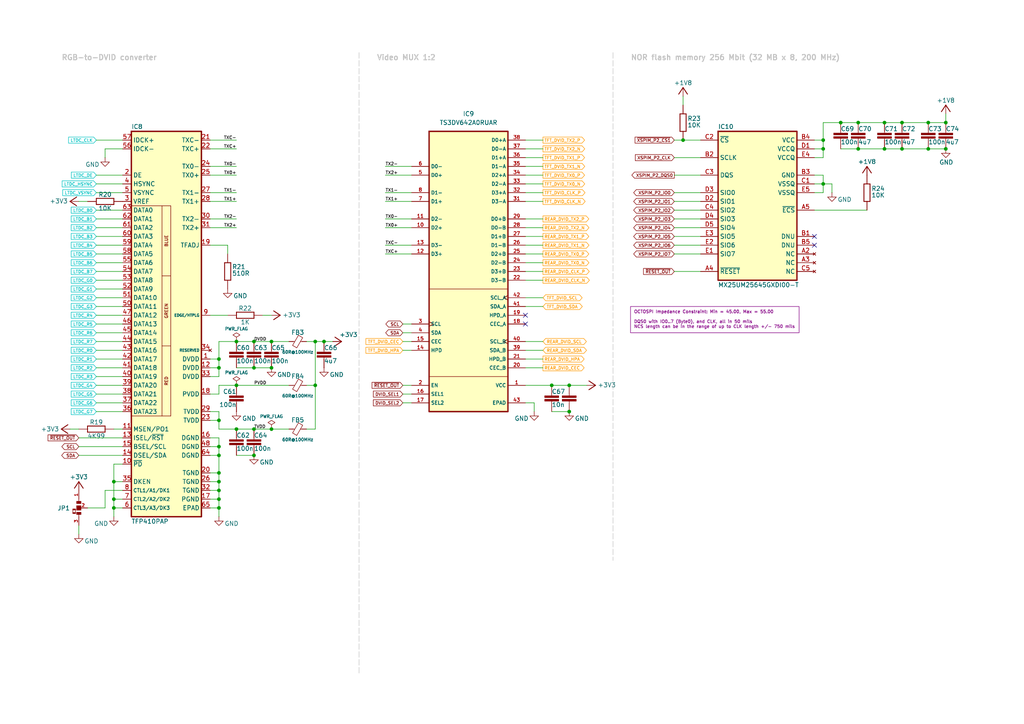
<source format=kicad_sch>
(kicad_sch (version 20250114) (generator "eeschema") (generator_version "9.0")
  (paper "A4")
  (title_block (title "${project_name}") (date "2025-11-02") (rev "${project_version}") (company "${project_creator}") (comment 1 "${project_license}") (comment 2 "${project_info}") (comment 3 "${project_url}"))
  (text "RGB-to-DVID converter" (at 17.78 17.78 0) (effects (font (size 1.524 1.524) (thickness 0.3048) (bold yes)) (justify left bottom)))
  (text "Video MUX 1:2" (at 109.22 17.78 0) (effects (font (size 1.524 1.524) (thickness 0.3048) (bold yes)) (justify left bottom)))
  (text "NOR flash memory 256 Mbit (32 MB x 8, 200 MHz)" (at 182.88 17.78 0) (effects (font (size 1.524 1.524) (thickness 0.3048) (bold yes)) (justify left bottom)))
  (text_box "OCTOSPI Impedance Constraint: Min = 45.00, Max = 55.00\n\nDQS0 with IO0..7 (Byte0), and CLK, all in 50 mils\nNCS length can be in the range of up to CLK length +/- 750 mils" (at 182.88 88.9 0) (size 48.895 7.62) (margins 0.9525 0.9525 0.9525 0.9525) (stroke (width 0) (color 132 0 132 1)) (effects (font (size 0.889 0.889)) (justify left top)))
  (junction (at 63.5 129.54))
  (junction (at 248.92 43.18))
  (junction (at 91.44 99.06))
  (junction (at 274.32 35.56))
  (junction (at 238.76 43.18))
  (junction (at 63.5 144.78))
  (junction (at 63.5 104.14))
  (junction (at 68.58 111.76))
  (junction (at 63.5 106.68))
  (junction (at 68.58 124.46))
  (junction (at 33.02 144.78))
  (junction (at 63.5 142.24))
  (junction (at 165.1 119.38))
  (junction (at 269.24 43.18))
  (junction (at 256.54 35.56))
  (junction (at 274.32 43.18))
  (junction (at 261.62 35.56))
  (junction (at 73.66 106.68))
  (junction (at 160.02 111.76))
  (junction (at 269.24 35.56))
  (junction (at 73.66 132.08))
  (junction (at 63.5 121.92))
  (junction (at 33.02 147.32))
  (junction (at 33.02 139.7))
  (junction (at 73.66 99.06))
  (junction (at 78.74 99.06))
  (junction (at 63.5 137.16))
  (junction (at 261.62 43.18))
  (junction (at 248.92 35.56))
  (junction (at 63.5 139.7))
  (junction (at 78.74 124.46))
  (junction (at 198.12 40.64))
  (junction (at 238.76 53.34))
  (junction (at 78.74 106.68))
  (junction (at 91.44 111.76))
  (junction (at 238.76 40.64))
  (junction (at 63.5 132.08))
  (junction (at 165.1 111.76))
  (junction (at 73.66 124.46))
  (junction (at 68.58 99.06))
  (junction (at 256.54 43.18))
  (junction (at 93.98 99.06))
  (junction (at 63.5 147.32))
  (junction (at 243.84 35.56))
  (no_connect (at 236.22 68.58))
  (no_connect (at 152.4 91.44))
  (no_connect (at 152.4 93.98))
  (no_connect (at 236.22 71.12))
  (wire (pts (xy 256.54 35.56) (xy 261.62 35.56)))
  (wire (pts (xy 157.48 86.36) (xy 152.4 86.36)))
  (wire (pts (xy 33.02 139.7) (xy 35.56 139.7)))
  (wire (pts (xy 27.94 88.9) (xy 35.56 88.9)))
  (wire (pts (xy 157.48 55.88) (xy 152.4 55.88)))
  (wire (pts (xy 27.94 116.84) (xy 35.56 116.84)))
  (wire (pts (xy 30.48 43.18) (xy 35.56 43.18)))
  (wire (pts (xy 27.94 114.3) (xy 35.56 114.3)))
  (wire (pts (xy 63.5 127) (xy 63.5 129.54)))
  (wire (pts (xy 30.48 43.18) (xy 30.48 45.72)))
  (wire (pts (xy 22.86 127) (xy 35.56 127)))
  (wire (pts (xy 198.12 40.64) (xy 203.2 40.64)))
  (wire (pts (xy 66.04 71.12) (xy 66.04 73.66)))
  (wire (pts (xy 116.84 116.84) (xy 119.38 116.84)))
  (wire (pts (xy 63.5 106.68) (xy 63.5 109.22)))
  (wire (pts (xy 27.94 76.2) (xy 35.56 76.2)))
  (wire (pts (xy 261.62 43.18) (xy 269.24 43.18)))
  (wire (pts (xy 195.58 45.72) (xy 203.2 45.72)))
  (wire (pts (xy 157.48 101.6) (xy 152.4 101.6)))
  (wire (pts (xy 33.02 144.78) (xy 35.56 144.78)))
  (wire (pts (xy 73.66 124.46) (xy 78.74 124.46)))
  (wire (pts (xy 111.76 63.5) (xy 119.38 63.5)))
  (wire (pts (xy 27.94 96.52) (xy 35.56 96.52)))
  (wire (pts (xy 111.76 66.04) (xy 119.38 66.04)))
  (wire (pts (xy 60.96 91.44) (xy 66.04 91.44)))
  (wire (pts (xy 195.58 55.88) (xy 203.2 55.88)))
  (wire (pts (xy 116.84 114.3) (xy 119.38 114.3)))
  (wire (pts (xy 60.96 55.88) (xy 68.58 55.88)))
  (wire (pts (xy 157.48 78.74) (xy 152.4 78.74)))
  (wire (pts (xy 88.9 99.06) (xy 91.44 99.06)))
  (wire (pts (xy 78.74 124.46) (xy 83.82 124.46)))
  (wire (pts (xy 68.58 132.08) (xy 73.66 132.08)))
  (wire (pts (xy 27.94 40.64) (xy 35.56 40.64)))
  (wire (pts (xy 116.84 101.6) (xy 119.38 101.6)))
  (wire (pts (xy 88.9 124.46) (xy 91.44 124.46)))
  (wire (pts (xy 236.22 40.64) (xy 238.76 40.64)))
  (wire (pts (xy 238.76 53.34) (xy 238.76 55.88)))
  (wire (pts (xy 27.94 50.8) (xy 35.56 50.8)))
  (wire (pts (xy 165.1 111.76) (xy 170.18 111.76)))
  (wire (pts (xy 33.02 147.32) (xy 35.56 147.32)))
  (wire (pts (xy 238.76 40.64) (xy 238.76 43.18)))
  (wire (pts (xy 157.48 63.5) (xy 152.4 63.5)))
  (wire (pts (xy 63.5 111.76) (xy 68.58 111.76)))
  (wire (pts (xy 27.94 73.66) (xy 35.56 73.66)))
  (wire (pts (xy 88.9 111.76) (xy 91.44 111.76)))
  (wire (pts (xy 241.3 53.34) (xy 241.3 55.88)))
  (wire (pts (xy 160.02 111.76) (xy 165.1 111.76)))
  (wire (pts (xy 243.84 43.18) (xy 248.92 43.18)))
  (wire (pts (xy 60.96 119.38) (xy 63.5 119.38)))
  (wire (pts (xy 60.96 48.26) (xy 68.58 48.26)))
  (wire (pts (xy 91.44 99.06) (xy 91.44 111.76)))
  (wire (pts (xy 195.58 68.58) (xy 203.2 68.58)))
  (wire (pts (xy 27.94 83.82) (xy 35.56 83.82)))
  (wire (pts (xy 25.4 147.32) (xy 30.48 147.32)))
  (wire (pts (xy 248.92 43.18) (xy 256.54 43.18)))
  (wire (pts (xy 33.02 134.62) (xy 35.56 134.62)))
  (wire (pts (xy 63.5 142.24) (xy 63.5 144.78)))
  (wire (pts (xy 236.22 55.88) (xy 238.76 55.88)))
  (wire (pts (xy 157.48 104.14) (xy 152.4 104.14)))
  (wire (pts (xy 152.4 116.84) (xy 154.94 116.84)))
  (wire (pts (xy 157.48 76.2) (xy 152.4 76.2)))
  (wire (pts (xy 60.96 109.22) (xy 63.5 109.22)))
  (wire (pts (xy 111.76 73.66) (xy 119.38 73.66)))
  (wire (pts (xy 195.58 66.04) (xy 203.2 66.04)))
  (wire (pts (xy 68.58 99.06) (xy 73.66 99.06)))
  (wire (pts (xy 27.94 86.36) (xy 35.56 86.36)))
  (wire (pts (xy 60.96 137.16) (xy 63.5 137.16)))
  (wire (pts (xy 60.96 104.14) (xy 63.5 104.14)))
  (wire (pts (xy 78.74 99.06) (xy 83.82 99.06)))
  (wire (pts (xy 195.58 78.74) (xy 203.2 78.74)))
  (wire (pts (xy 20.32 124.46) (xy 22.86 124.46)))
  (wire (pts (xy 238.76 43.18) (xy 238.76 45.72)))
  (wire (pts (xy 27.94 78.74) (xy 35.56 78.74)))
  (wire (pts (xy 195.58 71.12) (xy 203.2 71.12)))
  (wire (pts (xy 22.86 129.54) (xy 35.56 129.54)))
  (wire (pts (xy 73.66 99.06) (xy 78.74 99.06)))
  (wire (pts (xy 269.24 35.56) (xy 274.32 35.56)))
  (wire (pts (xy 243.84 35.56) (xy 248.92 35.56)))
  (wire (pts (xy 27.94 60.96) (xy 35.56 60.96)))
  (wire (pts (xy 27.94 111.76) (xy 35.56 111.76)))
  (wire (pts (xy 236.22 53.34) (xy 238.76 53.34)))
  (wire (pts (xy 154.94 116.84) (xy 154.94 119.38)))
  (wire (pts (xy 60.96 40.64) (xy 68.58 40.64)))
  (wire (pts (xy 27.94 63.5) (xy 35.56 63.5)))
  (wire (pts (xy 236.22 45.72) (xy 238.76 45.72)))
  (polyline (pts (xy 104.14 15.24) (xy 104.14 195.58)) (stroke (width 0.1524) (type dash) (color 194 194 194 1)))
  (wire (pts (xy 27.94 109.22) (xy 35.56 109.22)))
  (wire (pts (xy 60.96 139.7) (xy 63.5 139.7)))
  (wire (pts (xy 30.48 142.24) (xy 35.56 142.24)))
  (wire (pts (xy 60.96 144.78) (xy 63.5 144.78)))
  (wire (pts (xy 236.22 50.8) (xy 238.76 50.8)))
  (wire (pts (xy 157.48 48.26) (xy 152.4 48.26)))
  (wire (pts (xy 157.48 50.8) (xy 152.4 50.8)))
  (wire (pts (xy 27.94 119.38) (xy 35.56 119.38)))
  (wire (pts (xy 63.5 139.7) (xy 63.5 142.24)))
  (wire (pts (xy 22.86 132.08) (xy 35.56 132.08)))
  (wire (pts (xy 27.94 66.04) (xy 35.56 66.04)))
  (wire (pts (xy 195.58 63.5) (xy 203.2 63.5)))
  (wire (pts (xy 63.5 119.38) (xy 63.5 121.92)))
  (wire (pts (xy 33.02 147.32) (xy 33.02 149.86)))
  (wire (pts (xy 33.02 139.7) (xy 33.02 144.78)))
  (wire (pts (xy 195.58 40.64) (xy 198.12 40.64)))
  (wire (pts (xy 27.94 104.14) (xy 35.56 104.14)))
  (wire (pts (xy 111.76 48.26) (xy 119.38 48.26)))
  (wire (pts (xy 195.58 58.42) (xy 203.2 58.42)))
  (wire (pts (xy 111.76 55.88) (xy 119.38 55.88)))
  (wire (pts (xy 22.86 152.4) (xy 22.86 154.94)))
  (wire (pts (xy 60.96 63.5) (xy 68.58 63.5)))
  (wire (pts (xy 116.84 99.06) (xy 119.38 99.06)))
  (wire (pts (xy 63.5 114.3) (xy 60.96 114.3)))
  (wire (pts (xy 60.96 71.12) (xy 66.04 71.12)))
  (wire (pts (xy 157.48 99.06) (xy 152.4 99.06)))
  (wire (pts (xy 27.94 93.98) (xy 35.56 93.98)))
  (wire (pts (xy 68.58 124.46) (xy 73.66 124.46)))
  (wire (pts (xy 68.58 106.68) (xy 73.66 106.68)))
  (wire (pts (xy 27.94 99.06) (xy 35.56 99.06)))
  (wire (pts (xy 63.5 111.76) (xy 63.5 114.3)))
  (wire (pts (xy 27.94 68.58) (xy 35.56 68.58)))
  (wire (pts (xy 63.5 99.06) (xy 63.5 104.14)))
  (wire (pts (xy 91.44 111.76) (xy 91.44 124.46)))
  (wire (pts (xy 30.48 147.32) (xy 30.48 142.24)))
  (wire (pts (xy 63.5 132.08) (xy 63.5 137.16)))
  (wire (pts (xy 236.22 43.18) (xy 238.76 43.18)))
  (wire (pts (xy 73.66 106.68) (xy 78.74 106.68)))
  (wire (pts (xy 238.76 35.56) (xy 243.84 35.56)))
  (wire (pts (xy 248.92 35.56) (xy 256.54 35.56)))
  (wire (pts (xy 60.96 147.32) (xy 63.5 147.32)))
  (wire (pts (xy 111.76 50.8) (xy 119.38 50.8)))
  (wire (pts (xy 63.5 124.46) (xy 68.58 124.46)))
  (wire (pts (xy 60.96 43.18) (xy 68.58 43.18)))
  (wire (pts (xy 60.96 142.24) (xy 63.5 142.24)))
  (wire (pts (xy 60.96 127) (xy 63.5 127)))
  (wire (pts (xy 160.02 119.38) (xy 165.1 119.38)))
  (wire (pts (xy 116.84 111.76) (xy 119.38 111.76)))
  (wire (pts (xy 111.76 58.42) (xy 119.38 58.42)))
  (wire (pts (xy 157.48 106.68) (xy 152.4 106.68)))
  (wire (pts (xy 63.5 104.14) (xy 63.5 106.68)))
  (wire (pts (xy 238.76 35.56) (xy 238.76 40.64)))
  (wire (pts (xy 116.84 96.52) (xy 119.38 96.52)))
  (wire (pts (xy 195.58 60.96) (xy 203.2 60.96)))
  (wire (pts (xy 27.94 55.88) (xy 35.56 55.88)))
  (wire (pts (xy 68.58 111.76) (xy 83.82 111.76)))
  (wire (pts (xy 78.74 91.44) (xy 76.2 91.44)))
  (wire (pts (xy 91.44 99.06) (xy 93.98 99.06)))
  (wire (pts (xy 63.5 129.54) (xy 63.5 132.08)))
  (wire (pts (xy 157.48 66.04) (xy 152.4 66.04)))
  (wire (pts (xy 60.96 106.68) (xy 63.5 106.68)))
  (wire (pts (xy 33.02 124.46) (xy 35.56 124.46)))
  (polyline (pts (xy 177.8 15.24) (xy 177.8 162.56)) (stroke (width 0.1524) (type dash) (color 194 194 194 1)))
  (wire (pts (xy 157.48 81.28) (xy 152.4 81.28)))
  (wire (pts (xy 198.12 27.94) (xy 198.12 30.48)))
  (wire (pts (xy 157.48 45.72) (xy 152.4 45.72)))
  (wire (pts (xy 27.94 91.44) (xy 35.56 91.44)))
  (wire (pts (xy 116.84 93.98) (xy 119.38 93.98)))
  (wire (pts (xy 27.94 71.12) (xy 35.56 71.12)))
  (wire (pts (xy 93.98 99.06) (xy 96.52 99.06)))
  (wire (pts (xy 111.76 71.12) (xy 119.38 71.12)))
  (wire (pts (xy 33.02 144.78) (xy 33.02 147.32)))
  (wire (pts (xy 63.5 144.78) (xy 63.5 147.32)))
  (wire (pts (xy 195.58 50.8) (xy 203.2 50.8)))
  (wire (pts (xy 27.94 53.34) (xy 35.56 53.34)))
  (wire (pts (xy 60.96 121.92) (xy 63.5 121.92)))
  (wire (pts (xy 63.5 137.16) (xy 63.5 139.7)))
  (wire (pts (xy 238.76 50.8) (xy 238.76 53.34)))
  (wire (pts (xy 152.4 111.76) (xy 160.02 111.76)))
  (wire (pts (xy 27.94 106.68) (xy 35.56 106.68)))
  (wire (pts (xy 27.94 101.6) (xy 35.56 101.6)))
  (wire (pts (xy 157.48 71.12) (xy 152.4 71.12)))
  (wire (pts (xy 63.5 124.46) (xy 63.5 121.92)))
  (wire (pts (xy 60.96 50.8) (xy 68.58 50.8)))
  (wire (pts (xy 157.48 53.34) (xy 152.4 53.34)))
  (wire (pts (xy 60.96 129.54) (xy 63.5 129.54)))
  (wire (pts (xy 60.96 132.08) (xy 63.5 132.08)))
  (wire (pts (xy 236.22 60.96) (xy 251.46 60.96)))
  (wire (pts (xy 60.96 58.42) (xy 68.58 58.42)))
  (wire (pts (xy 274.32 33.02) (xy 274.32 35.56)))
  (wire (pts (xy 261.62 35.56) (xy 269.24 35.56)))
  (wire (pts (xy 256.54 43.18) (xy 261.62 43.18)))
  (wire (pts (xy 157.48 40.64) (xy 152.4 40.64)))
  (wire (pts (xy 157.48 88.9) (xy 152.4 88.9)))
  (wire (pts (xy 157.48 68.58) (xy 152.4 68.58)))
  (wire (pts (xy 195.58 73.66) (xy 203.2 73.66)))
  (wire (pts (xy 63.5 99.06) (xy 68.58 99.06)))
  (wire (pts (xy 33.02 134.62) (xy 33.02 139.7)))
  (wire (pts (xy 157.48 73.66) (xy 152.4 73.66)))
  (wire (pts (xy 22.86 58.42) (xy 25.4 58.42)))
  (wire (pts (xy 157.48 58.42) (xy 152.4 58.42)))
  (wire (pts (xy 60.96 66.04) (xy 68.58 66.04)))
  (wire (pts (xy 27.94 81.28) (xy 35.56 81.28)))
  (wire (pts (xy 63.5 147.32) (xy 63.5 149.86)))
  (wire (pts (xy 238.76 53.34) (xy 241.3 53.34)))
  (wire (pts (xy 157.48 43.18) (xy 152.4 43.18)))
  (wire (pts (xy 269.24 43.18) (xy 274.32 43.18)))
  (label "TX2+" (at 111.76 50.8 0) (effects (font (size 0.889 0.889))))
  (label "TX0+" (at 111.76 66.04 0) (effects (font (size 0.889 0.889))))
  (label "TX1+" (at 68.58 58.42 180) (effects (font (size 0.889 0.889))))
  (label "TX0+" (at 68.58 50.8 180) (effects (font (size 0.889 0.889))))
  (label "TX1-" (at 68.58 55.88 180) (effects (font (size 0.889 0.889))))
  (label "TXC+" (at 111.76 73.66 0) (effects (font (size 0.889 0.889))))
  (label "TX2-" (at 111.76 48.26 0) (effects (font (size 0.889 0.889))))
  (label "TVDD" (at 73.66 124.46 0) (effects (font (size 0.889 0.889))))
  (label "DVDD" (at 73.66 99.06 0) (effects (font (size 0.889 0.889))))
  (label "TX2-" (at 68.58 63.5 180) (effects (font (size 0.889 0.889))))
  (label "TX0-" (at 111.76 63.5 0) (effects (font (size 0.889 0.889))))
  (label "TX1-" (at 111.76 55.88 0) (effects (font (size 0.889 0.889))))
  (label "TXC-" (at 111.76 71.12 0) (effects (font (size 0.889 0.889))))
  (label "TX2+" (at 68.58 66.04 180) (effects (font (size 0.889 0.889))))
  (label "PVDD" (at 73.66 111.76 0) (effects (font (size 0.889 0.889))))
  (label "TXC+" (at 68.58 43.18 180) (effects (font (size 0.889 0.889))))
  (label "TXC-" (at 68.58 40.64 180) (effects (font (size 0.889 0.889))))
  (label "TX0-" (at 68.58 48.26 180) (effects (font (size 0.889 0.889))))
  (label "TX1+" (at 111.76 58.42 0) (effects (font (size 0.889 0.889))))
  (global_label "SDA" (shape bidirectional) (at 116.84 96.52 180) (effects (font (size 0.889 0.889))) (property "Intersheetrefs" "${INTERSHEET_REFS}" (effects (hide yes))))
  (global_label "XSPIM_P2_IO6" (shape bidirectional) (at 195.58 71.12 180) (effects (font (size 0.889 0.889))) (property "Intersheetrefs" "${INTERSHEET_REFS}" (effects (hide yes))))
  (global_label "REAR_DVID_TX1_P" (shape output) (at 157.48 68.58 0) (effects (font (size 0.889 0.889))) (property "Intersheetrefs" "${INTERSHEET_REFS}" (effects (hide yes))))
  (global_label "LTDC_B4" (shape input) (at 27.94 71.12 180) (effects (font (size 0.889 0.889))) (property "Intersheetrefs" "${INTERSHEET_REFS}" (effects (hide yes))))
  (global_label "REAR_DVID_CEC" (shape output) (at 157.48 106.68 0) (effects (font (size 0.889 0.889))) (property "Intersheetrefs" "${INTERSHEET_REFS}" (effects (hide yes))))
  (global_label "LTDC_B5" (shape input) (at 27.94 73.66 180) (effects (font (size 0.889 0.889))) (property "Intersheetrefs" "${INTERSHEET_REFS}" (effects (hide yes))))
  (global_label "TFT_DVID_TX2_P" (shape output) (at 157.48 40.64 0) (effects (font (size 0.889 0.889))) (property "Intersheetrefs" "${INTERSHEET_REFS}" (effects (hide yes))))
  (global_label "LTDC_R4" (shape input) (at 27.94 91.44 180) (effects (font (size 0.889 0.889))) (property "Intersheetrefs" "${INTERSHEET_REFS}" (effects (hide yes))))
  (global_label "TFT_DVID_TX0_P" (shape output) (at 157.48 50.8 0) (effects (font (size 0.889 0.889))) (property "Intersheetrefs" "${INTERSHEET_REFS}" (effects (hide yes))))
  (global_label "XSPIM_P2_CLK" (shape input) (at 195.58 45.72 180) (effects (font (size 0.889 0.889))) (property "Intersheetrefs" "${INTERSHEET_REFS}" (effects (hide yes))))
  (global_label "TFT_DVID_TX0_N" (shape output) (at 157.48 53.34 0) (effects (font (size 0.889 0.889))) (property "Intersheetrefs" "${INTERSHEET_REFS}" (effects (hide yes))))
  (global_label "~{RESET_OUT}" (shape input) (at 116.84 111.76 180) (effects (font (size 0.889 0.889))) (property "Intersheetrefs" "${INTERSHEET_REFS}" (effects (hide yes))))
  (global_label "LTDC_G2" (shape input) (at 27.94 86.36 180) (effects (font (size 0.889 0.889))) (property "Intersheetrefs" "${INTERSHEET_REFS}" (effects (hide yes))))
  (global_label "XSPIM_P2_IO5" (shape bidirectional) (at 195.58 68.58 180) (effects (font (size 0.889 0.889))) (property "Intersheetrefs" "${INTERSHEET_REFS}" (effects (hide yes))))
  (global_label "XSPIM_P2_IO1" (shape bidirectional) (at 195.58 58.42 180) (effects (font (size 0.889 0.889))) (property "Intersheetrefs" "${INTERSHEET_REFS}" (effects (hide yes))))
  (global_label "LTDC_VSYNC" (shape input) (at 27.94 55.88 180) (effects (font (size 0.889 0.889))) (property "Intersheetrefs" "${INTERSHEET_REFS}" (effects (hide yes))))
  (global_label "SCL" (shape bidirectional) (at 22.86 129.54 180) (effects (font (size 0.889 0.889))) (property "Intersheetrefs" "${INTERSHEET_REFS}" (effects (hide yes))))
  (global_label "SDA" (shape bidirectional) (at 22.86 132.08 180) (effects (font (size 0.889 0.889))) (property "Intersheetrefs" "${INTERSHEET_REFS}" (effects (hide yes))))
  (global_label "TFT_DVID_SCL" (shape bidirectional) (at 157.48 86.36 0) (effects (font (size 0.889 0.889))) (property "Intersheetrefs" "${INTERSHEET_REFS}" (effects (hide yes))))
  (global_label "LTDC_G3" (shape input) (at 27.94 88.9 180) (effects (font (size 0.889 0.889))) (property "Intersheetrefs" "${INTERSHEET_REFS}" (effects (hide yes))))
  (global_label "LTDC_R5" (shape input) (at 27.94 93.98 180) (effects (font (size 0.889 0.889))) (property "Intersheetrefs" "${INTERSHEET_REFS}" (effects (hide yes))))
  (global_label "XSPIM_P2_IO4" (shape bidirectional) (at 195.58 66.04 180) (effects (font (size 0.889 0.889))) (property "Intersheetrefs" "${INTERSHEET_REFS}" (effects (hide yes))))
  (global_label "REAR_DVID_CLK_P" (shape output) (at 157.48 78.74 0) (effects (font (size 0.889 0.889))) (property "Intersheetrefs" "${INTERSHEET_REFS}" (effects (hide yes))))
  (global_label "LTDC_R2" (shape input) (at 27.94 106.68 180) (effects (font (size 0.889 0.889))) (property "Intersheetrefs" "${INTERSHEET_REFS}" (effects (hide yes))))
  (global_label "TFT_DVID_TX1_P" (shape output) (at 157.48 45.72 0) (effects (font (size 0.889 0.889))) (property "Intersheetrefs" "${INTERSHEET_REFS}" (effects (hide yes))))
  (global_label "REAR_DVID_SDA" (shape bidirectional) (at 157.48 101.6 0) (effects (font (size 0.889 0.889))) (property "Intersheetrefs" "${INTERSHEET_REFS}" (effects (hide yes))))
  (global_label "LTDC_G6" (shape input) (at 27.94 116.84 180) (effects (font (size 0.889 0.889))) (property "Intersheetrefs" "${INTERSHEET_REFS}" (effects (hide yes))))
  (global_label "REAR_DVID_TX0_P" (shape output) (at 157.48 73.66 0) (effects (font (size 0.889 0.889))) (property "Intersheetrefs" "${INTERSHEET_REFS}" (effects (hide yes))))
  (global_label "LTDC_R0" (shape input) (at 27.94 101.6 180) (effects (font (size 0.889 0.889))) (property "Intersheetrefs" "${INTERSHEET_REFS}" (effects (hide yes))))
  (global_label "DVID_SEL1" (shape input) (at 116.84 114.3 180) (effects (font (size 0.889 0.889))) (property "Intersheetrefs" "${INTERSHEET_REFS}" (effects (hide yes))))
  (global_label "LTDC_G0" (shape input) (at 27.94 81.28 180) (effects (font (size 0.889 0.889))) (property "Intersheetrefs" "${INTERSHEET_REFS}" (effects (hide yes))))
  (global_label "~{RESET_OUT}" (shape input) (at 22.86 127 180) (effects (font (size 0.889 0.889))) (property "Intersheetrefs" "${INTERSHEET_REFS}" (effects (hide yes))))
  (global_label "REAR_DVID_TX1_N" (shape output) (at 157.48 71.12 0) (effects (font (size 0.889 0.889))) (property "Intersheetrefs" "${INTERSHEET_REFS}" (effects (hide yes))))
  (global_label "TFT_DVID_TX1_N" (shape output) (at 157.48 48.26 0) (effects (font (size 0.889 0.889))) (property "Intersheetrefs" "${INTERSHEET_REFS}" (effects (hide yes))))
  (global_label "XSPIM_P2_IO7" (shape bidirectional) (at 195.58 73.66 180) (effects (font (size 0.889 0.889))) (property "Intersheetrefs" "${INTERSHEET_REFS}" (effects (hide yes))))
  (global_label "XSPIM_P2_DQS0" (shape output) (at 195.58 50.8 180) (effects (font (size 0.889 0.889))) (property "Intersheetrefs" "${INTERSHEET_REFS}" (effects (hide yes))))
  (global_label "REAR_DVID_HPA" (shape output) (at 157.48 104.14 0) (effects (font (size 0.889 0.889))) (property "Intersheetrefs" "${INTERSHEET_REFS}" (effects (hide yes))))
  (global_label "TFT_DVID_SDA" (shape bidirectional) (at 157.48 88.9 0) (effects (font (size 0.889 0.889))) (property "Intersheetrefs" "${INTERSHEET_REFS}" (effects (hide yes))))
  (global_label "LTDC_CLK" (shape input) (at 27.94 40.64 180) (effects (font (size 0.889 0.889))) (property "Intersheetrefs" "${INTERSHEET_REFS}" (effects (hide yes))))
  (global_label "LTDC_HSYNC" (shape input) (at 27.94 53.34 180) (effects (font (size 0.889 0.889))) (property "Intersheetrefs" "${INTERSHEET_REFS}" (effects (hide yes))))
  (global_label "~{XSPIM_P2_CS1}" (shape input) (at 195.58 40.64 180) (effects (font (size 0.889 0.889))) (property "Intersheetrefs" "${INTERSHEET_REFS}" (effects (hide yes))))
  (global_label "REAR_DVID_TX0_N" (shape output) (at 157.48 76.2 0) (effects (font (size 0.889 0.889))) (property "Intersheetrefs" "${INTERSHEET_REFS}" (effects (hide yes))))
  (global_label "LTDC_G1" (shape input) (at 27.94 83.82 180) (effects (font (size 0.889 0.889))) (property "Intersheetrefs" "${INTERSHEET_REFS}" (effects (hide yes))))
  (global_label "XSPIM_P2_IO2" (shape bidirectional) (at 195.58 60.96 180) (effects (font (size 0.889 0.889))) (property "Intersheetrefs" "${INTERSHEET_REFS}" (effects (hide yes))))
  (global_label "LTDC_B3" (shape input) (at 27.94 68.58 180) (effects (font (size 0.889 0.889))) (property "Intersheetrefs" "${INTERSHEET_REFS}" (effects (hide yes))))
  (global_label "TFT_DVID_TX2_N" (shape output) (at 157.48 43.18 0) (effects (font (size 0.889 0.889))) (property "Intersheetrefs" "${INTERSHEET_REFS}" (effects (hide yes))))
  (global_label "LTDC_R7" (shape input) (at 27.94 99.06 180) (effects (font (size 0.889 0.889))) (property "Intersheetrefs" "${INTERSHEET_REFS}" (effects (hide yes))))
  (global_label "LTDC_B7" (shape input) (at 27.94 78.74 180) (effects (font (size 0.889 0.889))) (property "Intersheetrefs" "${INTERSHEET_REFS}" (effects (hide yes))))
  (global_label "LTDC_R6" (shape input) (at 27.94 96.52 180) (effects (font (size 0.889 0.889))) (property "Intersheetrefs" "${INTERSHEET_REFS}" (effects (hide yes))))
  (global_label "XSPIM_P2_IO0" (shape bidirectional) (at 195.58 55.88 180) (effects (font (size 0.889 0.889))) (property "Intersheetrefs" "${INTERSHEET_REFS}" (effects (hide yes))))
  (global_label "REAR_DVID_TX2_N" (shape output) (at 157.48 66.04 0) (effects (font (size 0.889 0.889))) (property "Intersheetrefs" "${INTERSHEET_REFS}" (effects (hide yes))))
  (global_label "LTDC_B6" (shape input) (at 27.94 76.2 180) (effects (font (size 0.889 0.889))) (property "Intersheetrefs" "${INTERSHEET_REFS}" (effects (hide yes))))
  (global_label "LTDC_B2" (shape input) (at 27.94 66.04 180) (effects (font (size 0.889 0.889))) (property "Intersheetrefs" "${INTERSHEET_REFS}" (effects (hide yes))))
  (global_label "SCL" (shape bidirectional) (at 116.84 93.98 180) (effects (font (size 0.889 0.889))) (property "Intersheetrefs" "${INTERSHEET_REFS}" (effects (hide yes))))
  (global_label "DVID_SEL2" (shape input) (at 116.84 116.84 180) (effects (font (size 0.889 0.889))) (property "Intersheetrefs" "${INTERSHEET_REFS}" (effects (hide yes))))
  (global_label "TFT_DVID_CEC" (shape input) (at 116.84 99.06 180) (effects (font (size 0.889 0.889))) (property "Intersheetrefs" "${INTERSHEET_REFS}" (effects (hide yes))))
  (global_label "REAR_DVID_CLK_N" (shape output) (at 157.48 81.28 0) (effects (font (size 0.889 0.889))) (property "Intersheetrefs" "${INTERSHEET_REFS}" (effects (hide yes))))
  (global_label "LTDC_R3" (shape input) (at 27.94 109.22 180) (effects (font (size 0.889 0.889))) (property "Intersheetrefs" "${INTERSHEET_REFS}" (effects (hide yes))))
  (global_label "TFT_DVID_HPA" (shape input) (at 116.84 101.6 180) (effects (font (size 0.889 0.889))) (property "Intersheetrefs" "${INTERSHEET_REFS}" (effects (hide yes))))
  (global_label "REAR_DVID_SCL" (shape bidirectional) (at 157.48 99.06 0) (effects (font (size 0.889 0.889))) (property "Intersheetrefs" "${INTERSHEET_REFS}" (effects (hide yes))))
  (global_label "LTDC_DE" (shape input) (at 27.94 50.8 180) (effects (font (size 0.889 0.889))) (property "Intersheetrefs" "${INTERSHEET_REFS}" (effects (hide yes))))
  (global_label "LTDC_G7" (shape input) (at 27.94 119.38 180) (effects (font (size 0.889 0.889))) (property "Intersheetrefs" "${INTERSHEET_REFS}" (effects (hide yes))))
  (global_label "LTDC_G4" (shape input) (at 27.94 111.76 180) (effects (font (size 0.889 0.889))) (property "Intersheetrefs" "${INTERSHEET_REFS}" (effects (hide yes))))
  (global_label "REAR_DVID_TX2_P" (shape output) (at 157.48 63.5 0) (effects (font (size 0.889 0.889))) (property "Intersheetrefs" "${INTERSHEET_REFS}" (effects (hide yes))))
  (global_label "LTDC_R1" (shape input) (at 27.94 104.14 180) (effects (font (size 0.889 0.889))) (property "Intersheetrefs" "${INTERSHEET_REFS}" (effects (hide yes))))
  (global_label "LTDC_B1" (shape input) (at 27.94 63.5 180) (effects (font (size 0.889 0.889))) (property "Intersheetrefs" "${INTERSHEET_REFS}" (effects (hide yes))))
  (global_label "LTDC_B0" (shape input) (at 27.94 60.96 180) (effects (font (size 0.889 0.889))) (property "Intersheetrefs" "${INTERSHEET_REFS}" (effects (hide yes))))
  (global_label "LTDC_G5" (shape input) (at 27.94 114.3 180) (effects (font (size 0.889 0.889))) (property "Intersheetrefs" "${INTERSHEET_REFS}" (effects (hide yes))))
  (global_label "XSPIM_P2_IO3" (shape bidirectional) (at 195.58 63.5 180) (effects (font (size 0.889 0.889))) (property "Intersheetrefs" "${INTERSHEET_REFS}" (effects (hide yes))))
  (global_label "~{RESET_OUT}" (shape input) (at 195.58 78.74 180) (effects (font (size 0.889 0.889))) (property "Intersheetrefs" "${INTERSHEET_REFS}" (effects (hide yes))))
  (global_label "TFT_DVID_CLK_P" (shape output) (at 157.48 55.88 0) (effects (font (size 0.889 0.889))) (property "Intersheetrefs" "${INTERSHEET_REFS}" (effects (hide yes))))
  (global_label "TFT_DVID_CLK_N" (shape output) (at 157.48 58.42 0) (effects (font (size 0.889 0.889))) (property "Intersheetrefs" "${INTERSHEET_REFS}" (effects (hide yes))))
  (symbol (lib_id "PCM_EEZ_passives:C-EU") (at 68.58 114.3 0) (unit 1)
    (property "Reference" "C61" (at 68.58 114.3 0) (effects (justify right bottom)))
    (property "Value" "100n" (at 68.58 118.11 0) (effects (justify right bottom)))
    (property "Footprint" "PCM_EEZ_passives:C_0402_1005Metric" (effects (hide yes)))
  )
  (symbol (lib_id "PCM_EEZ_passives:C-EU") (at 256.54 38.1 0) (mirror y) (unit 1)
    (property "Reference" "C71" (at 256.54 38.1 0) (effects (justify right bottom)))
    (property "Value" "100n" (at 256.54 41.91 0) (effects (justify right bottom)))
    (property "Footprint" "PCM_EEZ_passives:C_0402_1005Metric" (effects (hide yes)))
  )
  (symbol (lib_id "PCM_EEZ_passives:L_Ferrite Bead") (at 86.36 124.46 90) (unit 1)
    (property "Reference" "FB5" (at 86.36 122.555 90) (effects (justify top)))
    (property "Value" "60R@100MHz" (at 86.36 127 90) (effects (font (size 0.889 0.889)) (justify bottom)))
    (property "Footprint" "PCM_EEZ_passives:BEAD0603" (effects (hide yes)))
    (property "Description" "Ferrite bead" (effects (hide yes)))
    (property "DigiKey" "490-7809-1-ND" (effects (hide yes)))
    (property "Mouser" "81-BLM18AG102SH1D" (effects (hide yes)))
    (property "TME" "BLM18AG102SH1D" (effects (hide yes)))
    (property "LCSC" "C337877" (effects (hide yes)))
  )
  (symbol (lib_id "PCM_EEZ_passives:C-EU") (at 73.66 127 0) (mirror y) (unit 1)
    (property "Reference" "C64" (at 73.66 127 0) (effects (justify right bottom)))
    (property "Value" "100n" (at 73.66 130.81 0) (effects (justify right bottom)))
    (property "Footprint" "PCM_EEZ_passives:C_0402_1005Metric" (effects (hide yes)))
  )
  (symbol (lib_id "power:GND") (at 274.32 43.18 0) (mirror y) (unit 1)
    (property "Reference" "#SUPPLY043" (effects (hide yes)))
    (property "Value" "GND" (at 272.415 46.355 0) (effects (justify right top)))
    (property "Description" "Power symbol creates a global label with name \"GND\" , ground" (effects (hide yes)))
  )
  (symbol (lib_id "PCM_EEZ_TI:TS3DV642A0RUAR") (at 119.38 40.64 0) (unit 1)
    (property "Reference" "IC9" (at 135.89 33.02 0))
    (property "Value" "TS3DV642A0RUAR" (at 135.89 35.56 0))
    (property "Footprint" "PCM_EEZ_SMD:RUA42_7P55X2P05" (effects (hide yes)))
    (property "Description" "6-Gbps 12-Channel differential 1-to-2 and 2-to-1 mux" (effects (hide yes)))
    (property "DigiKey" "296-39510-1-ND" (effects (hide yes)))
    (property "Mouser" "595-TS3DV642A0RUAR" (effects (hide yes)))
    (property "TME" "-" (effects (hide yes)))
    (property "LCSC" "C157482" (effects (hide yes)))
  )
  (symbol (lib_id "PCM_EEZ_passives:C-EU") (at 261.62 38.1 0) (unit 1)
    (property "Reference" "C72" (at 261.62 38.1 0) (effects (justify left bottom)))
    (property "Value" "4u7" (at 261.62 41.91 0) (effects (justify left bottom)))
    (property "Footprint" "PCM_EEZ_passives:C_0603_1608Metric" (effects (hide yes)))
    (property "DigiKey" "1276-1044-1-ND" (effects (hide yes)))
    (property "Mouser" "187-CL10A475KP8NNNC" (effects (hide yes)))
    (property "TME" "CL10A475KP8NNNC" (effects (hide yes)))
    (property "LCSC" "C1705" (effects (hide yes)))
  )
  (symbol (lib_id "PCM_EEZ_symbols:+1V8") (at 198.12 25.4 0) (unit 1)
    (property "Reference" "#PWR015" (effects (hide yes)))
    (property "Value" "+1V8" (at 198.12 24.765 0) (effects (justify bottom)))
    (property "Description" "Power symbol creates a global label with name \"+1V8\"" (effects (hide yes)))
  )
  (symbol (lib_id "PCM_EEZ_passives:C-EU") (at 68.58 101.6 0) (mirror y) (unit 1)
    (property "Reference" "C60" (at 68.58 101.6 0) (effects (justify right bottom)))
    (property "Value" "100n" (at 68.58 105.41 0) (effects (justify right bottom)))
    (property "Footprint" "PCM_EEZ_passives:C_0402_1005Metric" (effects (hide yes)))
  )
  (symbol (lib_id "power:PWR_FLAG") (at 68.58 99.06 0) (unit 1)
    (property "Reference" "#FLG06" (effects (hide yes)))
    (property "Value" "PWR_FLAG" (at 68.58 95.885 0) (effects (font (size 0.889 0.889)) (justify bottom)))
    (property "Description" "Special symbol for telling ERC where power comes from" (effects (hide yes)))
  )
  (symbol (lib_id "PCM_EEZ_symbols:+3V3") (at 20.32 58.42 90) (mirror x) (unit 1)
    (property "Reference" "#+3V015" (effects (hide yes)))
    (property "Value" "+3V3" (at 19.685 59.055 90) (effects (justify left bottom)))
    (property "Description" "Power symbol creates a global label with name \"+3V3\"" (effects (hide yes)))
  )
  (symbol (lib_id "PCM_EEZ_passives:C-EU") (at 78.74 101.6 0) (mirror y) (unit 1)
    (property "Reference" "C65" (at 78.74 101.6 0) (effects (justify right bottom)))
    (property "Value" "100n" (at 78.74 105.41 0) (effects (justify right bottom)))
    (property "Footprint" "PCM_EEZ_passives:C_0402_1005Metric" (effects (hide yes)))
  )
  (symbol (lib_id "power:GND") (at 66.04 83.82 0) (unit 1)
    (property "Reference" "#SUPPLY035" (effects (hide yes)))
    (property "Value" "GND" (at 71.755 85.09 0) (effects (justify right top)))
    (property "Description" "Power symbol creates a global label with name \"GND\" , ground" (effects (hide yes)))
  )
  (symbol (lib_id "PCM_EEZ_passives:L_Ferrite Bead") (at 86.36 99.06 90) (unit 1)
    (property "Reference" "FB3" (at 86.36 97.155 90) (effects (justify top)))
    (property "Value" "60R@100MHz" (at 86.36 101.6 90) (effects (font (size 0.889 0.889)) (justify bottom)))
    (property "Footprint" "PCM_EEZ_passives:BEAD0603" (effects (hide yes)))
    (property "Description" "Ferrite bead" (effects (hide yes)))
    (property "DigiKey" "490-7809-1-ND" (effects (hide yes)))
    (property "Mouser" "81-BLM18AG102SH1D" (effects (hide yes)))
    (property "TME" "BLM18AG102SH1D" (effects (hide yes)))
    (property "LCSC" "C337877" (effects (hide yes)))
  )
  (symbol (lib_id "PCM_EEZ_symbols:+3V3") (at 22.86 139.7 0) (unit 1)
    (property "Reference" "#+3V016" (effects (hide yes)))
    (property "Value" "+3V3" (at 22.86 139.065 0) (effects (justify bottom)))
    (property "Description" "Power symbol creates a global label with name \"+3V3\"" (effects (hide yes)))
  )
  (symbol (lib_id "PCM_EEZ_passives:R-EU") (at 66.04 78.74 180) (unit 1)
    (property "Reference" "R21" (at 67.31 78.105 0) (effects (justify right top)))
    (property "Value" "510R" (at 67.31 80.01 0) (effects (justify right top)))
    (property "Footprint" "PCM_EEZ_passives:R_0402_1005Metric" (effects (hide yes)))
  )
  (symbol (lib_id "PCM_EEZ_passives:R-EU") (at 30.48 58.42 90) (unit 1)
    (property "Reference" "R20" (at 30.48 57.15 90) (effects (justify top)))
    (property "Value" "10K" (at 30.48 59.69 90) (effects (justify bottom)))
    (property "Footprint" "PCM_EEZ_passives:R_0402_1005Metric" (effects (hide yes)))
  )
  (symbol (lib_id "PCM_EEZ_passives:R-EU") (at 71.12 91.44 270) (unit 1)
    (property "Reference" "R22" (at 71.12 90.17 90) (effects (justify bottom)))
    (property "Value" "1K" (at 71.12 92.71 90) (effects (justify top)))
    (property "Footprint" "PCM_EEZ_passives:R_0402_1005Metric" (effects (hide yes)))
  )
  (symbol (lib_id "PCM_EEZ_passives:R-EU") (at 198.12 35.56 0) (unit 1)
    (property "Reference" "R23" (at 199.39 33.655 0) (effects (justify left top)))
    (property "Value" "10K" (at 199.39 35.56 0) (effects (justify left top)))
    (property "Footprint" "PCM_EEZ_passives:R_0402_1005Metric" (effects (hide yes)))
  )
  (symbol (lib_id "power:GND") (at 33.02 149.86 0) (mirror y) (unit 1)
    (property "Reference" "#SUPPLY033" (effects (hide yes)))
    (property "Value" "GND" (at 27.305 151.13 0) (effects (justify right top)))
    (property "Description" "Power symbol creates a global label with name \"GND\" , ground" (effects (hide yes)))
  )
  (symbol (lib_id "power:GND") (at 22.86 154.94 0) (unit 1)
    (property "Reference" "#SUPPLY031" (effects (hide yes)))
    (property "Value" "GND" (at 28.575 156.21 0) (effects (justify right top)))
    (property "Description" "Power symbol creates a global label with name \"GND\" , ground" (effects (hide yes)))
  )
  (symbol (lib_id "PCM_EEZ_passives:C-EU") (at 73.66 101.6 0) (mirror y) (unit 1)
    (property "Reference" "C63" (at 73.66 101.6 0) (effects (justify right bottom)))
    (property "Value" "100n" (at 73.66 105.41 0) (effects (justify right bottom)))
    (property "Footprint" "PCM_EEZ_passives:C_0402_1005Metric" (effects (hide yes)))
  )
  (symbol (lib_id "PCM_EEZ_passives:C-EU") (at 269.24 38.1 0) (mirror y) (unit 1)
    (property "Reference" "C73" (at 269.24 38.1 0) (effects (justify right bottom)))
    (property "Value" "100n" (at 269.24 41.91 0) (effects (justify right bottom)))
    (property "Footprint" "PCM_EEZ_passives:C_0402_1005Metric" (effects (hide yes)))
  )
  (symbol (lib_id "power:GND") (at 78.74 106.68 0) (unit 1)
    (property "Reference" "#SUPPLY038" (effects (hide yes)))
    (property "Value" "GND" (at 84.455 107.95 0) (effects (justify right top)))
    (property "Description" "Power symbol creates a global label with name \"GND\" , ground" (effects (hide yes)))
  )
  (symbol (lib_id "power:GND") (at 68.58 119.38 0) (unit 1)
    (property "Reference" "#SUPPLY036" (effects (hide yes)))
    (property "Value" "GND" (at 74.295 120.65 0) (effects (justify right top)))
    (property "Description" "Power symbol creates a global label with name \"GND\" , ground" (effects (hide yes)))
  )
  (symbol (lib_id "PCM_EEZ_symbols:+3V3") (at 81.28 91.44 270) (unit 1)
    (property "Reference" "#+3V017" (effects (hide yes)))
    (property "Value" "+3V3" (at 81.915 92.075 90) (effects (justify left bottom)))
    (property "Description" "Power symbol creates a global label with name \"+3V3\"" (effects (hide yes)))
  )
  (symbol (lib_id "PCM_EEZ_symbols:+3V3") (at 172.72 111.76 270) (unit 1)
    (property "Reference" "#+3V019" (effects (hide yes)))
    (property "Value" "+3V3" (at 173.355 112.395 90) (effects (justify left bottom)))
    (property "Description" "Power symbol creates a global label with name \"+3V3\"" (effects (hide yes)))
  )
  (symbol (lib_id "PCM_EEZ_passives:C-EU") (at 93.98 101.6 0) (mirror y) (unit 1)
    (property "Reference" "C66" (at 93.98 101.6 0) (effects (justify right bottom)))
    (property "Value" "4u7" (at 93.98 105.41 0) (effects (justify right bottom)))
    (property "Footprint" "PCM_EEZ_passives:C_0603_1608Metric" (effects (hide yes)))
    (property "DigiKey" "1276-1044-1-ND" (effects (hide yes)))
    (property "Mouser" "187-CL10A475KP8NNNC" (effects (hide yes)))
    (property "TME" "CL10A475KP8NNNC" (effects (hide yes)))
    (property "LCSC" "C1705" (effects (hide yes)))
  )
  (symbol (lib_id "PCM_EEZ_passives:C-EU") (at 248.92 38.1 0) (unit 1)
    (property "Reference" "C70" (at 248.92 38.1 0) (effects (justify left bottom)))
    (property "Value" "4u7" (at 248.92 41.91 0) (effects (justify left bottom)))
    (property "Footprint" "PCM_EEZ_passives:C_0603_1608Metric" (effects (hide yes)))
    (property "DigiKey" "1276-1044-1-ND" (effects (hide yes)))
    (property "Mouser" "187-CL10A475KP8NNNC" (effects (hide yes)))
    (property "TME" "CL10A475KP8NNNC" (effects (hide yes)))
    (property "LCSC" "C1705" (effects (hide yes)))
  )
  (symbol (lib_id "PCM_EEZ_passives:C-EU") (at 68.58 127 0) (mirror y) (unit 1)
    (property "Reference" "C62" (at 68.58 127 0) (effects (justify right bottom)))
    (property "Value" "100n" (at 68.58 130.81 0) (effects (justify right bottom)))
    (property "Footprint" "PCM_EEZ_passives:C_0402_1005Metric" (effects (hide yes)))
  )
  (symbol (lib_id "power:GND") (at 154.94 119.38 0) (mirror y) (unit 1)
    (property "Reference" "#SUPPLY040" (effects (hide yes)))
    (property "Value" "GND" (at 149.225 120.65 0) (effects (justify right top)))
    (property "Description" "Power symbol creates a global label with name \"GND\" , ground" (effects (hide yes)))
  )
  (symbol (lib_id "PCM_EEZ_symbols:+1V8") (at 251.46 48.26 0) (unit 1)
    (property "Reference" "#PWR016" (effects (hide yes)))
    (property "Value" "+1V8" (at 251.46 47.625 0) (effects (justify bottom)))
    (property "Description" "Power symbol creates a global label with name \"+1V8\"" (effects (hide yes)))
  )
  (symbol (lib_id "power:GND") (at 30.48 45.72 0) (mirror y) (unit 1)
    (property "Reference" "#SUPPLY032" (effects (hide yes)))
    (property "Value" "GND" (at 24.765 46.99 0) (effects (justify right top)))
    (property "Description" "Power symbol creates a global label with name \"GND\" , ground" (effects (hide yes)))
  )
  (symbol (lib_id "power:GND") (at 165.1 119.38 0) (unit 1)
    (property "Reference" "#SUPPLY041" (effects (hide yes)))
    (property "Value" "GND" (at 170.815 120.65 0) (effects (justify right top)))
    (property "Description" "Power symbol creates a global label with name \"GND\" , ground" (effects (hide yes)))
  )
  (symbol (lib_id "PCM_EEZ_passives:C-EU") (at 160.02 114.3 0) (mirror y) (unit 1)
    (property "Reference" "C67" (at 160.02 114.3 0) (effects (justify right bottom)))
    (property "Value" "10n" (at 160.02 118.11 0) (effects (justify right bottom)))
    (property "Footprint" "PCM_EEZ_passives:C_0402_1005Metric" (effects (hide yes)))
  )
  (symbol (lib_id "PCM_EEZ_symbols:+3V3") (at 17.78 124.46 90) (mirror x) (unit 1)
    (property "Reference" "#+3V014" (effects (hide yes)))
    (property "Value" "+3V3" (at 17.145 124.46 90) (effects (justify left)))
    (property "Description" "Power symbol creates a global label with name \"+3V3\"" (effects (hide yes)))
  )
  (symbol (lib_id "PCM_EEZ_TI:TFP410PAP") (at 35.56 40.64 0) (unit 1)
    (property "Reference" "IC8" (at 38.1 37.465 0) (effects (justify left bottom)))
    (property "Value" "TFP410PAP" (at 38.1 150.495 0) (effects (justify left top)))
    (property "Footprint" "PCM_EEZ_SMD:PAP64_5X5-L" (effects (hide yes)))
    (property "Description" "TI PanelBus™ Digital Transmitter" (effects (hide yes)))
    (property "DigiKey" "296-12666-ND" (effects (hide yes)))
    (property "Mouser" "595-TFP410PAP" (effects (hide yes)))
    (property "TME" "-" (effects (hide yes)))
    (property "LCSC" "C1543847" (effects (hide yes)))
  )
  (symbol (lib_id "power:PWR_FLAG") (at 78.74 124.46 0) (unit 1)
    (property "Reference" "#FLG08" (effects (hide yes)))
    (property "Value" "PWR_FLAG" (at 78.74 121.285 0) (effects (font (size 0.889 0.889)) (justify bottom)))
    (property "Description" "Special symbol for telling ERC where power comes from" (effects (hide yes)))
  )
  (symbol (lib_id "power:GND") (at 93.98 106.68 0) (unit 1)
    (property "Reference" "#SUPPLY039" (effects (hide yes)))
    (property "Value" "GND" (at 99.695 107.95 0) (effects (justify right top)))
    (property "Description" "Power symbol creates a global label with name \"GND\" , ground" (effects (hide yes)))
  )
  (symbol (lib_id "PCM_EEZ_passives:C-EU") (at 274.32 38.1 0) (unit 1)
    (property "Reference" "C74" (at 274.32 38.1 0) (effects (justify left bottom)))
    (property "Value" "4u7" (at 274.32 41.91 0) (effects (justify left bottom)))
    (property "Footprint" "PCM_EEZ_passives:C_0603_1608Metric" (effects (hide yes)))
    (property "DigiKey" "1276-1044-1-ND" (effects (hide yes)))
    (property "Mouser" "187-CL10A475KP8NNNC" (effects (hide yes)))
    (property "TME" "CL10A475KP8NNNC" (effects (hide yes)))
    (property "LCSC" "C1705" (effects (hide yes)))
  )
  (symbol (lib_id "power:GND") (at 73.66 132.08 0) (unit 1)
    (property "Reference" "#SUPPLY037" (effects (hide yes)))
    (property "Value" "GND" (at 79.375 133.35 0) (effects (justify right top)))
    (property "Description" "Power symbol creates a global label with name \"GND\" , ground" (effects (hide yes)))
  )
  (symbol (lib_id "power:GND") (at 241.3 55.88 0) (unit 1)
    (property "Reference" "#SUPPLY042" (effects (hide yes)))
    (property "Value" "GND" (at 247.015 57.15 0) (effects (justify right top)))
    (property "Description" "Power symbol creates a global label with name \"GND\" , ground" (effects (hide yes)))
  )
  (symbol (lib_id "PCM_EEZ_passives:L_Ferrite Bead") (at 86.36 111.76 90) (unit 1)
    (property "Reference" "FB4" (at 86.36 109.855 90) (effects (justify top)))
    (property "Value" "60R@100MHz" (at 86.36 114.3 90) (effects (font (size 0.889 0.889)) (justify bottom)))
    (property "Footprint" "PCM_EEZ_passives:BEAD0603" (effects (hide yes)))
    (property "Description" "Ferrite bead" (effects (hide yes)))
    (property "DigiKey" "490-7809-1-ND" (effects (hide yes)))
    (property "Mouser" "81-BLM18AG102SH1D" (effects (hide yes)))
    (property "TME" "BLM18AG102SH1D" (effects (hide yes)))
    (property "LCSC" "C337877" (effects (hide yes)))
  )
  (symbol (lib_id "PCM_EEZ_passives:R-EU") (at 251.46 55.88 0) (unit 1)
    (property "Reference" "R24" (at 252.73 53.975 0) (effects (justify left top)))
    (property "Value" "10K" (at 252.73 55.88 0) (effects (justify left top)))
    (property "Footprint" "PCM_EEZ_passives:R_0402_1005Metric" (effects (hide yes)))
  )
  (symbol (lib_id "PCM_EEZ_symbols:+1V8") (at 274.32 30.48 0) (unit 1)
    (property "Reference" "#PWR017" (effects (hide yes)))
    (property "Value" "+1V8" (at 274.32 29.845 0) (effects (justify bottom)))
    (property "Description" "Power symbol creates a global label with name \"+1V8\"" (effects (hide yes)))
  )
  (symbol (lib_id "PCM_EEZ_passives:C-EU") (at 165.1 114.3 0) (mirror y) (unit 1)
    (property "Reference" "C68" (effects (hide yes)))
    (property "Value" "100n" (effects (hide yes)))
    (property "Footprint" "PCM_EEZ_passives:C_0402_1005Metric" (effects (hide yes)))
  )
  (symbol (lib_id "PCM_EEZ_passives:R-EU") (at 27.94 124.46 270) (unit 1)
    (property "Reference" "R19" (at 27.94 123.19 90) (effects (justify bottom)))
    (property "Value" "4K99" (at 27.94 125.73 90) (effects (justify top)))
    (property "Footprint" "PCM_EEZ_passives:R_0402_1005Metric" (effects (hide yes)))
  )
  (symbol (lib_id "power:PWR_FLAG") (at 68.58 111.76 0) (unit 1)
    (property "Reference" "#FLG07" (effects (hide yes)))
    (property "Value" "PWR_FLAG" (at 68.58 108.585 0) (effects (font (size 0.889 0.889)) (justify bottom)))
    (property "Description" "Special symbol for telling ERC where power comes from" (effects (hide yes)))
  )
  (symbol (lib_id "PCM_EEZ_symbols:+3V3") (at 99.06 99.06 270) (unit 1)
    (property "Reference" "#+3V018" (effects (hide yes)))
    (property "Value" "+3V3" (at 98.425 97.79 90) (effects (justify left bottom)))
    (property "Description" "Power symbol creates a global label with name \"+3V3\"" (effects (hide yes)))
  )
  (symbol (lib_id "PCM_EEZ_ICs:MX25UM25645GXDI00-T") (at 203.2 40.64 0) (unit 1)
    (property "Reference" "IC10" (at 208.28 37.465 0) (effects (justify left bottom)))
    (property "Value" "MX25UM25645GXDI00-T" (at 208.28 81.915 0) (effects (justify left top)))
    (property "Footprint" "PCM_EEZ_BGA:BGA24C100P5X5_800X600X120" (effects (hide yes)))
    (property "Description" "NOR Flash Serial NOR 1.8V 256Mbit x8 I/O BGA-24 6x8mm" (effects (hide yes)))
    (property "DigiKey" "1092-MX25UM25645GXDI00-ND" (effects (hide yes)))
    (property "Mouser" "95-25UM25645GXDI0T" (effects (hide yes)))
    (property "TME" "X25UM25645GXDI00TR" (effects (hide yes)))
    (property "LCSC" "C20099946" (effects (hide yes)))
  )
  (symbol (lib_id "PCM_EEZ_passives:C-EU") (at 243.84 38.1 0) (mirror y) (unit 1)
    (property "Reference" "C69" (at 243.84 38.1 0) (effects (justify right bottom)))
    (property "Value" "100n" (at 243.84 41.91 0) (effects (justify right bottom)))
    (property "Footprint" "PCM_EEZ_passives:C_0402_1005Metric" (effects (hide yes)))
  )
  (symbol (lib_id "power:GND") (at 63.5 149.86 0) (unit 1)
    (property "Reference" "#SUPPLY034" (effects (hide yes)))
    (property "Value" "GND" (at 69.215 151.13 0) (effects (justify right top)))
    (property "Description" "Power symbol creates a global label with name \"GND\" , ground" (effects (hide yes)))
  )
  (symbol (lib_id "PCM_EEZ_unsorted:JP3 shorted with 0R (2-3)") (at 22.86 147.32 90) (mirror x) (unit 1) (in_bom no)
    (property "Reference" "JP1" (at 20.32 147.3834 90) (effects (justify left)))
    (property "Footprint" "PCM_EEZ_SMD:JP3 shorted with 0R (0603) 2-3" (effects (hide yes)))
  )
)
</source>
